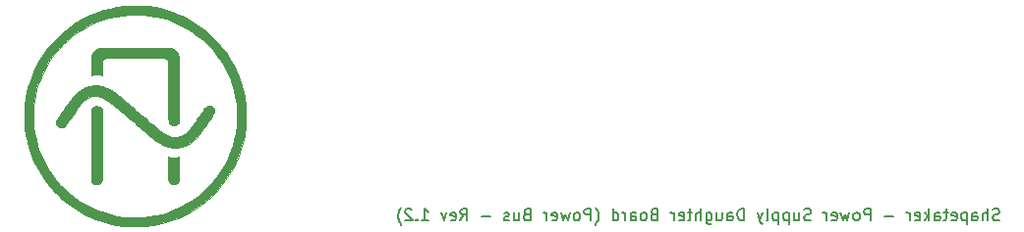
<source format=gbo>
G04 #@! TF.GenerationSoftware,KiCad,Pcbnew,(5.1.5-0-10_14)*
G04 #@! TF.CreationDate,2020-09-23T14:20:27-04:00*
G04 #@! TF.ProjectId,AYOMSM - Power Supply Daughter Board,41594f4d-534d-4202-9d20-506f77657220,1.2*
G04 #@! TF.SameCoordinates,Original*
G04 #@! TF.FileFunction,Legend,Bot*
G04 #@! TF.FilePolarity,Positive*
%FSLAX46Y46*%
G04 Gerber Fmt 4.6, Leading zero omitted, Abs format (unit mm)*
G04 Created by KiCad (PCBNEW (5.1.5-0-10_14)) date 2020-09-23 14:20:27*
%MOMM*%
%LPD*%
G04 APERTURE LIST*
%ADD10C,0.150000*%
%ADD11C,0.010000*%
G04 APERTURE END LIST*
D10*
X197759571Y-93622761D02*
X197616714Y-93670380D01*
X197378619Y-93670380D01*
X197283380Y-93622761D01*
X197235761Y-93575142D01*
X197188142Y-93479904D01*
X197188142Y-93384666D01*
X197235761Y-93289428D01*
X197283380Y-93241809D01*
X197378619Y-93194190D01*
X197569095Y-93146571D01*
X197664333Y-93098952D01*
X197711952Y-93051333D01*
X197759571Y-92956095D01*
X197759571Y-92860857D01*
X197711952Y-92765619D01*
X197664333Y-92718000D01*
X197569095Y-92670380D01*
X197331000Y-92670380D01*
X197188142Y-92718000D01*
X196759571Y-93670380D02*
X196759571Y-92670380D01*
X196331000Y-93670380D02*
X196331000Y-93146571D01*
X196378619Y-93051333D01*
X196473857Y-93003714D01*
X196616714Y-93003714D01*
X196711952Y-93051333D01*
X196759571Y-93098952D01*
X195426238Y-93670380D02*
X195426238Y-93146571D01*
X195473857Y-93051333D01*
X195569095Y-93003714D01*
X195759571Y-93003714D01*
X195854809Y-93051333D01*
X195426238Y-93622761D02*
X195521476Y-93670380D01*
X195759571Y-93670380D01*
X195854809Y-93622761D01*
X195902428Y-93527523D01*
X195902428Y-93432285D01*
X195854809Y-93337047D01*
X195759571Y-93289428D01*
X195521476Y-93289428D01*
X195426238Y-93241809D01*
X194950047Y-93003714D02*
X194950047Y-94003714D01*
X194950047Y-93051333D02*
X194854809Y-93003714D01*
X194664333Y-93003714D01*
X194569095Y-93051333D01*
X194521476Y-93098952D01*
X194473857Y-93194190D01*
X194473857Y-93479904D01*
X194521476Y-93575142D01*
X194569095Y-93622761D01*
X194664333Y-93670380D01*
X194854809Y-93670380D01*
X194950047Y-93622761D01*
X193664333Y-93622761D02*
X193759571Y-93670380D01*
X193950047Y-93670380D01*
X194045285Y-93622761D01*
X194092904Y-93527523D01*
X194092904Y-93146571D01*
X194045285Y-93051333D01*
X193950047Y-93003714D01*
X193759571Y-93003714D01*
X193664333Y-93051333D01*
X193616714Y-93146571D01*
X193616714Y-93241809D01*
X194092904Y-93337047D01*
X193331000Y-93003714D02*
X192950047Y-93003714D01*
X193188142Y-92670380D02*
X193188142Y-93527523D01*
X193140523Y-93622761D01*
X193045285Y-93670380D01*
X192950047Y-93670380D01*
X192188142Y-93670380D02*
X192188142Y-93146571D01*
X192235761Y-93051333D01*
X192331000Y-93003714D01*
X192521476Y-93003714D01*
X192616714Y-93051333D01*
X192188142Y-93622761D02*
X192283380Y-93670380D01*
X192521476Y-93670380D01*
X192616714Y-93622761D01*
X192664333Y-93527523D01*
X192664333Y-93432285D01*
X192616714Y-93337047D01*
X192521476Y-93289428D01*
X192283380Y-93289428D01*
X192188142Y-93241809D01*
X191711952Y-93670380D02*
X191711952Y-92670380D01*
X191616714Y-93289428D02*
X191331000Y-93670380D01*
X191331000Y-93003714D02*
X191711952Y-93384666D01*
X190521476Y-93622761D02*
X190616714Y-93670380D01*
X190807190Y-93670380D01*
X190902428Y-93622761D01*
X190950047Y-93527523D01*
X190950047Y-93146571D01*
X190902428Y-93051333D01*
X190807190Y-93003714D01*
X190616714Y-93003714D01*
X190521476Y-93051333D01*
X190473857Y-93146571D01*
X190473857Y-93241809D01*
X190950047Y-93337047D01*
X190045285Y-93670380D02*
X190045285Y-93003714D01*
X190045285Y-93194190D02*
X189997666Y-93098952D01*
X189950047Y-93051333D01*
X189854809Y-93003714D01*
X189759571Y-93003714D01*
X188664333Y-93289428D02*
X187902428Y-93289428D01*
X186664333Y-93670380D02*
X186664333Y-92670380D01*
X186283380Y-92670380D01*
X186188142Y-92718000D01*
X186140523Y-92765619D01*
X186092904Y-92860857D01*
X186092904Y-93003714D01*
X186140523Y-93098952D01*
X186188142Y-93146571D01*
X186283380Y-93194190D01*
X186664333Y-93194190D01*
X185521476Y-93670380D02*
X185616714Y-93622761D01*
X185664333Y-93575142D01*
X185711952Y-93479904D01*
X185711952Y-93194190D01*
X185664333Y-93098952D01*
X185616714Y-93051333D01*
X185521476Y-93003714D01*
X185378619Y-93003714D01*
X185283380Y-93051333D01*
X185235761Y-93098952D01*
X185188142Y-93194190D01*
X185188142Y-93479904D01*
X185235761Y-93575142D01*
X185283380Y-93622761D01*
X185378619Y-93670380D01*
X185521476Y-93670380D01*
X184854809Y-93003714D02*
X184664333Y-93670380D01*
X184473857Y-93194190D01*
X184283380Y-93670380D01*
X184092904Y-93003714D01*
X183331000Y-93622761D02*
X183426238Y-93670380D01*
X183616714Y-93670380D01*
X183711952Y-93622761D01*
X183759571Y-93527523D01*
X183759571Y-93146571D01*
X183711952Y-93051333D01*
X183616714Y-93003714D01*
X183426238Y-93003714D01*
X183331000Y-93051333D01*
X183283380Y-93146571D01*
X183283380Y-93241809D01*
X183759571Y-93337047D01*
X182854809Y-93670380D02*
X182854809Y-93003714D01*
X182854809Y-93194190D02*
X182807190Y-93098952D01*
X182759571Y-93051333D01*
X182664333Y-93003714D01*
X182569095Y-93003714D01*
X181521476Y-93622761D02*
X181378619Y-93670380D01*
X181140523Y-93670380D01*
X181045285Y-93622761D01*
X180997666Y-93575142D01*
X180950047Y-93479904D01*
X180950047Y-93384666D01*
X180997666Y-93289428D01*
X181045285Y-93241809D01*
X181140523Y-93194190D01*
X181331000Y-93146571D01*
X181426238Y-93098952D01*
X181473857Y-93051333D01*
X181521476Y-92956095D01*
X181521476Y-92860857D01*
X181473857Y-92765619D01*
X181426238Y-92718000D01*
X181331000Y-92670380D01*
X181092904Y-92670380D01*
X180950047Y-92718000D01*
X180092904Y-93003714D02*
X180092904Y-93670380D01*
X180521476Y-93003714D02*
X180521476Y-93527523D01*
X180473857Y-93622761D01*
X180378619Y-93670380D01*
X180235761Y-93670380D01*
X180140523Y-93622761D01*
X180092904Y-93575142D01*
X179616714Y-93003714D02*
X179616714Y-94003714D01*
X179616714Y-93051333D02*
X179521476Y-93003714D01*
X179331000Y-93003714D01*
X179235761Y-93051333D01*
X179188142Y-93098952D01*
X179140523Y-93194190D01*
X179140523Y-93479904D01*
X179188142Y-93575142D01*
X179235761Y-93622761D01*
X179331000Y-93670380D01*
X179521476Y-93670380D01*
X179616714Y-93622761D01*
X178711952Y-93003714D02*
X178711952Y-94003714D01*
X178711952Y-93051333D02*
X178616714Y-93003714D01*
X178426238Y-93003714D01*
X178331000Y-93051333D01*
X178283380Y-93098952D01*
X178235761Y-93194190D01*
X178235761Y-93479904D01*
X178283380Y-93575142D01*
X178331000Y-93622761D01*
X178426238Y-93670380D01*
X178616714Y-93670380D01*
X178711952Y-93622761D01*
X177664333Y-93670380D02*
X177759571Y-93622761D01*
X177807190Y-93527523D01*
X177807190Y-92670380D01*
X177378619Y-93003714D02*
X177140523Y-93670380D01*
X176902428Y-93003714D02*
X177140523Y-93670380D01*
X177235761Y-93908476D01*
X177283380Y-93956095D01*
X177378619Y-94003714D01*
X175759571Y-93670380D02*
X175759571Y-92670380D01*
X175521476Y-92670380D01*
X175378619Y-92718000D01*
X175283380Y-92813238D01*
X175235761Y-92908476D01*
X175188142Y-93098952D01*
X175188142Y-93241809D01*
X175235761Y-93432285D01*
X175283380Y-93527523D01*
X175378619Y-93622761D01*
X175521476Y-93670380D01*
X175759571Y-93670380D01*
X174331000Y-93670380D02*
X174331000Y-93146571D01*
X174378619Y-93051333D01*
X174473857Y-93003714D01*
X174664333Y-93003714D01*
X174759571Y-93051333D01*
X174331000Y-93622761D02*
X174426238Y-93670380D01*
X174664333Y-93670380D01*
X174759571Y-93622761D01*
X174807190Y-93527523D01*
X174807190Y-93432285D01*
X174759571Y-93337047D01*
X174664333Y-93289428D01*
X174426238Y-93289428D01*
X174331000Y-93241809D01*
X173426238Y-93003714D02*
X173426238Y-93670380D01*
X173854809Y-93003714D02*
X173854809Y-93527523D01*
X173807190Y-93622761D01*
X173711952Y-93670380D01*
X173569095Y-93670380D01*
X173473857Y-93622761D01*
X173426238Y-93575142D01*
X172521476Y-93003714D02*
X172521476Y-93813238D01*
X172569095Y-93908476D01*
X172616714Y-93956095D01*
X172711952Y-94003714D01*
X172854809Y-94003714D01*
X172950047Y-93956095D01*
X172521476Y-93622761D02*
X172616714Y-93670380D01*
X172807190Y-93670380D01*
X172902428Y-93622761D01*
X172950047Y-93575142D01*
X172997666Y-93479904D01*
X172997666Y-93194190D01*
X172950047Y-93098952D01*
X172902428Y-93051333D01*
X172807190Y-93003714D01*
X172616714Y-93003714D01*
X172521476Y-93051333D01*
X172045285Y-93670380D02*
X172045285Y-92670380D01*
X171616714Y-93670380D02*
X171616714Y-93146571D01*
X171664333Y-93051333D01*
X171759571Y-93003714D01*
X171902428Y-93003714D01*
X171997666Y-93051333D01*
X172045285Y-93098952D01*
X171283380Y-93003714D02*
X170902428Y-93003714D01*
X171140523Y-92670380D02*
X171140523Y-93527523D01*
X171092904Y-93622761D01*
X170997666Y-93670380D01*
X170902428Y-93670380D01*
X170188142Y-93622761D02*
X170283380Y-93670380D01*
X170473857Y-93670380D01*
X170569095Y-93622761D01*
X170616714Y-93527523D01*
X170616714Y-93146571D01*
X170569095Y-93051333D01*
X170473857Y-93003714D01*
X170283380Y-93003714D01*
X170188142Y-93051333D01*
X170140523Y-93146571D01*
X170140523Y-93241809D01*
X170616714Y-93337047D01*
X169711952Y-93670380D02*
X169711952Y-93003714D01*
X169711952Y-93194190D02*
X169664333Y-93098952D01*
X169616714Y-93051333D01*
X169521476Y-93003714D01*
X169426238Y-93003714D01*
X167997666Y-93146571D02*
X167854809Y-93194190D01*
X167807190Y-93241809D01*
X167759571Y-93337047D01*
X167759571Y-93479904D01*
X167807190Y-93575142D01*
X167854809Y-93622761D01*
X167950047Y-93670380D01*
X168331000Y-93670380D01*
X168331000Y-92670380D01*
X167997666Y-92670380D01*
X167902428Y-92718000D01*
X167854809Y-92765619D01*
X167807190Y-92860857D01*
X167807190Y-92956095D01*
X167854809Y-93051333D01*
X167902428Y-93098952D01*
X167997666Y-93146571D01*
X168331000Y-93146571D01*
X167188142Y-93670380D02*
X167283380Y-93622761D01*
X167331000Y-93575142D01*
X167378619Y-93479904D01*
X167378619Y-93194190D01*
X167331000Y-93098952D01*
X167283380Y-93051333D01*
X167188142Y-93003714D01*
X167045285Y-93003714D01*
X166950047Y-93051333D01*
X166902428Y-93098952D01*
X166854809Y-93194190D01*
X166854809Y-93479904D01*
X166902428Y-93575142D01*
X166950047Y-93622761D01*
X167045285Y-93670380D01*
X167188142Y-93670380D01*
X165997666Y-93670380D02*
X165997666Y-93146571D01*
X166045285Y-93051333D01*
X166140523Y-93003714D01*
X166331000Y-93003714D01*
X166426238Y-93051333D01*
X165997666Y-93622761D02*
X166092904Y-93670380D01*
X166331000Y-93670380D01*
X166426238Y-93622761D01*
X166473857Y-93527523D01*
X166473857Y-93432285D01*
X166426238Y-93337047D01*
X166331000Y-93289428D01*
X166092904Y-93289428D01*
X165997666Y-93241809D01*
X165521476Y-93670380D02*
X165521476Y-93003714D01*
X165521476Y-93194190D02*
X165473857Y-93098952D01*
X165426238Y-93051333D01*
X165331000Y-93003714D01*
X165235761Y-93003714D01*
X164473857Y-93670380D02*
X164473857Y-92670380D01*
X164473857Y-93622761D02*
X164569095Y-93670380D01*
X164759571Y-93670380D01*
X164854809Y-93622761D01*
X164902428Y-93575142D01*
X164950047Y-93479904D01*
X164950047Y-93194190D01*
X164902428Y-93098952D01*
X164854809Y-93051333D01*
X164759571Y-93003714D01*
X164569095Y-93003714D01*
X164473857Y-93051333D01*
X162950047Y-94051333D02*
X162997666Y-94003714D01*
X163092904Y-93860857D01*
X163140523Y-93765619D01*
X163188142Y-93622761D01*
X163235761Y-93384666D01*
X163235761Y-93194190D01*
X163188142Y-92956095D01*
X163140523Y-92813238D01*
X163092904Y-92718000D01*
X162997666Y-92575142D01*
X162950047Y-92527523D01*
X162569095Y-93670380D02*
X162569095Y-92670380D01*
X162188142Y-92670380D01*
X162092904Y-92718000D01*
X162045285Y-92765619D01*
X161997666Y-92860857D01*
X161997666Y-93003714D01*
X162045285Y-93098952D01*
X162092904Y-93146571D01*
X162188142Y-93194190D01*
X162569095Y-93194190D01*
X161426238Y-93670380D02*
X161521476Y-93622761D01*
X161569095Y-93575142D01*
X161616714Y-93479904D01*
X161616714Y-93194190D01*
X161569095Y-93098952D01*
X161521476Y-93051333D01*
X161426238Y-93003714D01*
X161283380Y-93003714D01*
X161188142Y-93051333D01*
X161140523Y-93098952D01*
X161092904Y-93194190D01*
X161092904Y-93479904D01*
X161140523Y-93575142D01*
X161188142Y-93622761D01*
X161283380Y-93670380D01*
X161426238Y-93670380D01*
X160759571Y-93003714D02*
X160569095Y-93670380D01*
X160378619Y-93194190D01*
X160188142Y-93670380D01*
X159997666Y-93003714D01*
X159235761Y-93622761D02*
X159331000Y-93670380D01*
X159521476Y-93670380D01*
X159616714Y-93622761D01*
X159664333Y-93527523D01*
X159664333Y-93146571D01*
X159616714Y-93051333D01*
X159521476Y-93003714D01*
X159331000Y-93003714D01*
X159235761Y-93051333D01*
X159188142Y-93146571D01*
X159188142Y-93241809D01*
X159664333Y-93337047D01*
X158759571Y-93670380D02*
X158759571Y-93003714D01*
X158759571Y-93194190D02*
X158711952Y-93098952D01*
X158664333Y-93051333D01*
X158569095Y-93003714D01*
X158473857Y-93003714D01*
X157045285Y-93146571D02*
X156902428Y-93194190D01*
X156854809Y-93241809D01*
X156807190Y-93337047D01*
X156807190Y-93479904D01*
X156854809Y-93575142D01*
X156902428Y-93622761D01*
X156997666Y-93670380D01*
X157378619Y-93670380D01*
X157378619Y-92670380D01*
X157045285Y-92670380D01*
X156950047Y-92718000D01*
X156902428Y-92765619D01*
X156854809Y-92860857D01*
X156854809Y-92956095D01*
X156902428Y-93051333D01*
X156950047Y-93098952D01*
X157045285Y-93146571D01*
X157378619Y-93146571D01*
X155950047Y-93003714D02*
X155950047Y-93670380D01*
X156378619Y-93003714D02*
X156378619Y-93527523D01*
X156331000Y-93622761D01*
X156235761Y-93670380D01*
X156092904Y-93670380D01*
X155997666Y-93622761D01*
X155950047Y-93575142D01*
X155521476Y-93622761D02*
X155426238Y-93670380D01*
X155235761Y-93670380D01*
X155140523Y-93622761D01*
X155092904Y-93527523D01*
X155092904Y-93479904D01*
X155140523Y-93384666D01*
X155235761Y-93337047D01*
X155378619Y-93337047D01*
X155473857Y-93289428D01*
X155521476Y-93194190D01*
X155521476Y-93146571D01*
X155473857Y-93051333D01*
X155378619Y-93003714D01*
X155235761Y-93003714D01*
X155140523Y-93051333D01*
X153902428Y-93289428D02*
X153140523Y-93289428D01*
X151331000Y-93670380D02*
X151664333Y-93194190D01*
X151902428Y-93670380D02*
X151902428Y-92670380D01*
X151521476Y-92670380D01*
X151426238Y-92718000D01*
X151378619Y-92765619D01*
X151331000Y-92860857D01*
X151331000Y-93003714D01*
X151378619Y-93098952D01*
X151426238Y-93146571D01*
X151521476Y-93194190D01*
X151902428Y-93194190D01*
X150521476Y-93622761D02*
X150616714Y-93670380D01*
X150807190Y-93670380D01*
X150902428Y-93622761D01*
X150950047Y-93527523D01*
X150950047Y-93146571D01*
X150902428Y-93051333D01*
X150807190Y-93003714D01*
X150616714Y-93003714D01*
X150521476Y-93051333D01*
X150473857Y-93146571D01*
X150473857Y-93241809D01*
X150950047Y-93337047D01*
X150140523Y-93003714D02*
X149902428Y-93670380D01*
X149664333Y-93003714D01*
X147997666Y-93670380D02*
X148569095Y-93670380D01*
X148283380Y-93670380D02*
X148283380Y-92670380D01*
X148378619Y-92813238D01*
X148473857Y-92908476D01*
X148569095Y-92956095D01*
X147569095Y-93575142D02*
X147521476Y-93622761D01*
X147569095Y-93670380D01*
X147616714Y-93622761D01*
X147569095Y-93575142D01*
X147569095Y-93670380D01*
X147140523Y-92765619D02*
X147092904Y-92718000D01*
X146997666Y-92670380D01*
X146759571Y-92670380D01*
X146664333Y-92718000D01*
X146616714Y-92765619D01*
X146569095Y-92860857D01*
X146569095Y-92956095D01*
X146616714Y-93098952D01*
X147188142Y-93670380D01*
X146569095Y-93670380D01*
X146235761Y-94051333D02*
X146188142Y-94003714D01*
X146092904Y-93860857D01*
X146045285Y-93765619D01*
X145997666Y-93622761D01*
X145950047Y-93384666D01*
X145950047Y-93194190D01*
X145997666Y-92956095D01*
X146045285Y-92813238D01*
X146092904Y-92718000D01*
X146188142Y-92575142D01*
X146235761Y-92527523D01*
D11*
G36*
X121249859Y-78727803D02*
G01*
X121067546Y-78728216D01*
X120909217Y-78728865D01*
X120772986Y-78729771D01*
X120656966Y-78730954D01*
X120559270Y-78732433D01*
X120478012Y-78734230D01*
X120411304Y-78736363D01*
X120357262Y-78738852D01*
X120313997Y-78741719D01*
X120279624Y-78744982D01*
X120252255Y-78748662D01*
X120230005Y-78752779D01*
X120210986Y-78757352D01*
X120193312Y-78762401D01*
X120190035Y-78763390D01*
X120014223Y-78836279D01*
X119860646Y-78940625D01*
X119731467Y-79074359D01*
X119628848Y-79235411D01*
X119579677Y-79347627D01*
X119569594Y-79376432D01*
X119561246Y-79406312D01*
X119554426Y-79441229D01*
X119548930Y-79485145D01*
X119544552Y-79542022D01*
X119541084Y-79615822D01*
X119538323Y-79710509D01*
X119536061Y-79830043D01*
X119534093Y-79978388D01*
X119532214Y-80159506D01*
X119531061Y-80283539D01*
X119529401Y-80515152D01*
X119528988Y-80708105D01*
X119529828Y-80862794D01*
X119531925Y-80979616D01*
X119535287Y-81058969D01*
X119539920Y-81101249D01*
X119543636Y-81109039D01*
X119572244Y-81104401D01*
X119625626Y-81092395D01*
X119676228Y-81079731D01*
X119773545Y-81062672D01*
X119895221Y-81053434D01*
X120027323Y-81052025D01*
X120155924Y-81058454D01*
X120267092Y-81072730D01*
X120298307Y-81079340D01*
X120362110Y-81094356D01*
X120409914Y-81104884D01*
X120429121Y-81108343D01*
X120432729Y-81089784D01*
X120436373Y-81036936D01*
X120439893Y-80954589D01*
X120443126Y-80847529D01*
X120445912Y-80720546D01*
X120448089Y-80578426D01*
X120448660Y-80527770D01*
X120450496Y-80360990D01*
X120452431Y-80228562D01*
X120454811Y-80125762D01*
X120457981Y-80047865D01*
X120462285Y-79990148D01*
X120468068Y-79947886D01*
X120475674Y-79916355D01*
X120485449Y-79890831D01*
X120496787Y-79868346D01*
X120574732Y-79759193D01*
X120673082Y-79679416D01*
X120722641Y-79654460D01*
X120736502Y-79650009D01*
X120756991Y-79646009D01*
X120786107Y-79642436D01*
X120825851Y-79639267D01*
X120878222Y-79636478D01*
X120945219Y-79634046D01*
X121028841Y-79631946D01*
X121131087Y-79630157D01*
X121253958Y-79628654D01*
X121399452Y-79627413D01*
X121569569Y-79626412D01*
X121766308Y-79625627D01*
X121991668Y-79625034D01*
X122247649Y-79624610D01*
X122536251Y-79624332D01*
X122859471Y-79624176D01*
X123219311Y-79624118D01*
X123307231Y-79624116D01*
X123675752Y-79624154D01*
X124007197Y-79624286D01*
X124303563Y-79624535D01*
X124566850Y-79624923D01*
X124799058Y-79625475D01*
X125002186Y-79626214D01*
X125178233Y-79627163D01*
X125329199Y-79628347D01*
X125457083Y-79629788D01*
X125563884Y-79631509D01*
X125651602Y-79633535D01*
X125722235Y-79635889D01*
X125777784Y-79638594D01*
X125820248Y-79641674D01*
X125851626Y-79645153D01*
X125873917Y-79649053D01*
X125889122Y-79653398D01*
X125891820Y-79654460D01*
X125997534Y-79719234D01*
X126085384Y-79815791D01*
X126117674Y-79868346D01*
X126159846Y-79946500D01*
X126169615Y-82585059D01*
X126171020Y-82959782D01*
X126172341Y-83297406D01*
X126173611Y-83599908D01*
X126174863Y-83869266D01*
X126176132Y-84107456D01*
X126177449Y-84316457D01*
X126178850Y-84498245D01*
X126180368Y-84654798D01*
X126182035Y-84788094D01*
X126183887Y-84900110D01*
X126185955Y-84992823D01*
X126188273Y-85068210D01*
X126190876Y-85128250D01*
X126193796Y-85174919D01*
X126197067Y-85210194D01*
X126200722Y-85236055D01*
X126204795Y-85254476D01*
X126209320Y-85267437D01*
X126214330Y-85276914D01*
X126215232Y-85278320D01*
X126273399Y-85335825D01*
X126360272Y-85382733D01*
X126466371Y-85416757D01*
X126582220Y-85435610D01*
X126698339Y-85437003D01*
X126801343Y-85419772D01*
X126915473Y-85373455D01*
X127004140Y-85303519D01*
X127037869Y-85263211D01*
X127043453Y-85255367D01*
X127048499Y-85246251D01*
X127053039Y-85233928D01*
X127057106Y-85216468D01*
X127060730Y-85191937D01*
X127063942Y-85158403D01*
X127066776Y-85113933D01*
X127069260Y-85056595D01*
X127071429Y-84984457D01*
X127073312Y-84895585D01*
X127074941Y-84788047D01*
X127076347Y-84659912D01*
X127077563Y-84509246D01*
X127078620Y-84334116D01*
X127079549Y-84132591D01*
X127080381Y-83902738D01*
X127081149Y-83642624D01*
X127081882Y-83350317D01*
X127082614Y-83023884D01*
X127083376Y-82661393D01*
X127083828Y-82441110D01*
X127084593Y-81993925D01*
X127084982Y-81582755D01*
X127084996Y-81207887D01*
X127084637Y-80869605D01*
X127083906Y-80568193D01*
X127082805Y-80303936D01*
X127081335Y-80077118D01*
X127079497Y-79888025D01*
X127077292Y-79736940D01*
X127074723Y-79624149D01*
X127071791Y-79549936D01*
X127069365Y-79519846D01*
X127026339Y-79335012D01*
X126949302Y-79168141D01*
X126840192Y-79021872D01*
X126700946Y-78898842D01*
X126546873Y-78807964D01*
X126394307Y-78735116D01*
X123356077Y-78729873D01*
X122953051Y-78729186D01*
X122587215Y-78728597D01*
X122256683Y-78728124D01*
X121959568Y-78727788D01*
X121693983Y-78727610D01*
X121458042Y-78727608D01*
X121249859Y-78727803D01*
G37*
X121249859Y-78727803D02*
X121067546Y-78728216D01*
X120909217Y-78728865D01*
X120772986Y-78729771D01*
X120656966Y-78730954D01*
X120559270Y-78732433D01*
X120478012Y-78734230D01*
X120411304Y-78736363D01*
X120357262Y-78738852D01*
X120313997Y-78741719D01*
X120279624Y-78744982D01*
X120252255Y-78748662D01*
X120230005Y-78752779D01*
X120210986Y-78757352D01*
X120193312Y-78762401D01*
X120190035Y-78763390D01*
X120014223Y-78836279D01*
X119860646Y-78940625D01*
X119731467Y-79074359D01*
X119628848Y-79235411D01*
X119579677Y-79347627D01*
X119569594Y-79376432D01*
X119561246Y-79406312D01*
X119554426Y-79441229D01*
X119548930Y-79485145D01*
X119544552Y-79542022D01*
X119541084Y-79615822D01*
X119538323Y-79710509D01*
X119536061Y-79830043D01*
X119534093Y-79978388D01*
X119532214Y-80159506D01*
X119531061Y-80283539D01*
X119529401Y-80515152D01*
X119528988Y-80708105D01*
X119529828Y-80862794D01*
X119531925Y-80979616D01*
X119535287Y-81058969D01*
X119539920Y-81101249D01*
X119543636Y-81109039D01*
X119572244Y-81104401D01*
X119625626Y-81092395D01*
X119676228Y-81079731D01*
X119773545Y-81062672D01*
X119895221Y-81053434D01*
X120027323Y-81052025D01*
X120155924Y-81058454D01*
X120267092Y-81072730D01*
X120298307Y-81079340D01*
X120362110Y-81094356D01*
X120409914Y-81104884D01*
X120429121Y-81108343D01*
X120432729Y-81089784D01*
X120436373Y-81036936D01*
X120439893Y-80954589D01*
X120443126Y-80847529D01*
X120445912Y-80720546D01*
X120448089Y-80578426D01*
X120448660Y-80527770D01*
X120450496Y-80360990D01*
X120452431Y-80228562D01*
X120454811Y-80125762D01*
X120457981Y-80047865D01*
X120462285Y-79990148D01*
X120468068Y-79947886D01*
X120475674Y-79916355D01*
X120485449Y-79890831D01*
X120496787Y-79868346D01*
X120574732Y-79759193D01*
X120673082Y-79679416D01*
X120722641Y-79654460D01*
X120736502Y-79650009D01*
X120756991Y-79646009D01*
X120786107Y-79642436D01*
X120825851Y-79639267D01*
X120878222Y-79636478D01*
X120945219Y-79634046D01*
X121028841Y-79631946D01*
X121131087Y-79630157D01*
X121253958Y-79628654D01*
X121399452Y-79627413D01*
X121569569Y-79626412D01*
X121766308Y-79625627D01*
X121991668Y-79625034D01*
X122247649Y-79624610D01*
X122536251Y-79624332D01*
X122859471Y-79624176D01*
X123219311Y-79624118D01*
X123307231Y-79624116D01*
X123675752Y-79624154D01*
X124007197Y-79624286D01*
X124303563Y-79624535D01*
X124566850Y-79624923D01*
X124799058Y-79625475D01*
X125002186Y-79626214D01*
X125178233Y-79627163D01*
X125329199Y-79628347D01*
X125457083Y-79629788D01*
X125563884Y-79631509D01*
X125651602Y-79633535D01*
X125722235Y-79635889D01*
X125777784Y-79638594D01*
X125820248Y-79641674D01*
X125851626Y-79645153D01*
X125873917Y-79649053D01*
X125889122Y-79653398D01*
X125891820Y-79654460D01*
X125997534Y-79719234D01*
X126085384Y-79815791D01*
X126117674Y-79868346D01*
X126159846Y-79946500D01*
X126169615Y-82585059D01*
X126171020Y-82959782D01*
X126172341Y-83297406D01*
X126173611Y-83599908D01*
X126174863Y-83869266D01*
X126176132Y-84107456D01*
X126177449Y-84316457D01*
X126178850Y-84498245D01*
X126180368Y-84654798D01*
X126182035Y-84788094D01*
X126183887Y-84900110D01*
X126185955Y-84992823D01*
X126188273Y-85068210D01*
X126190876Y-85128250D01*
X126193796Y-85174919D01*
X126197067Y-85210194D01*
X126200722Y-85236055D01*
X126204795Y-85254476D01*
X126209320Y-85267437D01*
X126214330Y-85276914D01*
X126215232Y-85278320D01*
X126273399Y-85335825D01*
X126360272Y-85382733D01*
X126466371Y-85416757D01*
X126582220Y-85435610D01*
X126698339Y-85437003D01*
X126801343Y-85419772D01*
X126915473Y-85373455D01*
X127004140Y-85303519D01*
X127037869Y-85263211D01*
X127043453Y-85255367D01*
X127048499Y-85246251D01*
X127053039Y-85233928D01*
X127057106Y-85216468D01*
X127060730Y-85191937D01*
X127063942Y-85158403D01*
X127066776Y-85113933D01*
X127069260Y-85056595D01*
X127071429Y-84984457D01*
X127073312Y-84895585D01*
X127074941Y-84788047D01*
X127076347Y-84659912D01*
X127077563Y-84509246D01*
X127078620Y-84334116D01*
X127079549Y-84132591D01*
X127080381Y-83902738D01*
X127081149Y-83642624D01*
X127081882Y-83350317D01*
X127082614Y-83023884D01*
X127083376Y-82661393D01*
X127083828Y-82441110D01*
X127084593Y-81993925D01*
X127084982Y-81582755D01*
X127084996Y-81207887D01*
X127084637Y-80869605D01*
X127083906Y-80568193D01*
X127082805Y-80303936D01*
X127081335Y-80077118D01*
X127079497Y-79888025D01*
X127077292Y-79736940D01*
X127074723Y-79624149D01*
X127071791Y-79549936D01*
X127069365Y-79519846D01*
X127026339Y-79335012D01*
X126949302Y-79168141D01*
X126840192Y-79021872D01*
X126700946Y-78898842D01*
X126546873Y-78807964D01*
X126394307Y-78735116D01*
X123356077Y-78729873D01*
X122953051Y-78729186D01*
X122587215Y-78728597D01*
X122256683Y-78728124D01*
X121959568Y-78727788D01*
X121693983Y-78727610D01*
X121458042Y-78727608D01*
X121249859Y-78727803D01*
G36*
X119697435Y-82016660D02*
G01*
X119504464Y-82037390D01*
X119333784Y-82070762D01*
X119325410Y-82072931D01*
X119045984Y-82166171D01*
X118772987Y-82296677D01*
X118508822Y-82462844D01*
X118255887Y-82663070D01*
X118016585Y-82895751D01*
X117904070Y-83022258D01*
X117868415Y-83067438D01*
X117814128Y-83140418D01*
X117743800Y-83237443D01*
X117660024Y-83354757D01*
X117565394Y-83488606D01*
X117462501Y-83635233D01*
X117353940Y-83790884D01*
X117242302Y-83951803D01*
X117130180Y-84114236D01*
X117020167Y-84274427D01*
X116914856Y-84428621D01*
X116816840Y-84573062D01*
X116728711Y-84703996D01*
X116653063Y-84817667D01*
X116592487Y-84910319D01*
X116549577Y-84978199D01*
X116528265Y-85014890D01*
X116503572Y-85092508D01*
X116494143Y-85189030D01*
X116500297Y-85287253D01*
X116521687Y-85368423D01*
X116587439Y-85478168D01*
X116676244Y-85561868D01*
X116781493Y-85618182D01*
X116896577Y-85645768D01*
X117014888Y-85643285D01*
X117129815Y-85609393D01*
X117234750Y-85542749D01*
X117261026Y-85518453D01*
X117281512Y-85492903D01*
X117321592Y-85438291D01*
X117378961Y-85357918D01*
X117451309Y-85255081D01*
X117536329Y-85133083D01*
X117631715Y-84995222D01*
X117735158Y-84844798D01*
X117844350Y-84685111D01*
X117866462Y-84652666D01*
X117979336Y-84487406D01*
X118089216Y-84327383D01*
X118193436Y-84176426D01*
X118289326Y-84038361D01*
X118374219Y-83917018D01*
X118445445Y-83816223D01*
X118500337Y-83739804D01*
X118536226Y-83691588D01*
X118538349Y-83688870D01*
X118727124Y-83472598D01*
X118927216Y-83289066D01*
X119136427Y-83139850D01*
X119352556Y-83026526D01*
X119565615Y-82952677D01*
X119708691Y-82927775D01*
X119872554Y-82919580D01*
X120042769Y-82927878D01*
X120204900Y-82952452D01*
X120249461Y-82962877D01*
X120375625Y-83003195D01*
X120520769Y-83062580D01*
X120673519Y-83135493D01*
X120822499Y-83216394D01*
X120956335Y-83299742D01*
X120991923Y-83324461D01*
X121025108Y-83350361D01*
X121085901Y-83400149D01*
X121172346Y-83472162D01*
X121282486Y-83564734D01*
X121414366Y-83676202D01*
X121566030Y-83804901D01*
X121735522Y-83949165D01*
X121920885Y-84107331D01*
X122120165Y-84277734D01*
X122331404Y-84458708D01*
X122552647Y-84648590D01*
X122781939Y-84845715D01*
X122995839Y-85029903D01*
X123230155Y-85231740D01*
X123457760Y-85427631D01*
X123676738Y-85615933D01*
X123885171Y-85795005D01*
X124081142Y-85963206D01*
X124262734Y-86118893D01*
X124428029Y-86260425D01*
X124575109Y-86386160D01*
X124702059Y-86494456D01*
X124806959Y-86583672D01*
X124887894Y-86652165D01*
X124942945Y-86698294D01*
X124969224Y-86719677D01*
X125259316Y-86922106D01*
X125558487Y-87091061D01*
X125863318Y-87224913D01*
X126170389Y-87322028D01*
X126288754Y-87349333D01*
X126413268Y-87368973D01*
X126560872Y-87382831D01*
X126716561Y-87390222D01*
X126865330Y-87390460D01*
X126992172Y-87382858D01*
X127000863Y-87381898D01*
X127279465Y-87330319D01*
X127554070Y-87240834D01*
X127822863Y-87114550D01*
X128084028Y-86952577D01*
X128335752Y-86756024D01*
X128576218Y-86526000D01*
X128777295Y-86296500D01*
X128812651Y-86250283D01*
X128866350Y-86176755D01*
X128935771Y-86079720D01*
X129018297Y-85962985D01*
X129111307Y-85830354D01*
X129212183Y-85685635D01*
X129318305Y-85532631D01*
X129427054Y-85375150D01*
X129535811Y-85216995D01*
X129641956Y-85061973D01*
X129742871Y-84913890D01*
X129835936Y-84776550D01*
X129918532Y-84653760D01*
X129988039Y-84549324D01*
X130041838Y-84467049D01*
X130077311Y-84410741D01*
X130088444Y-84391500D01*
X130116155Y-84307564D01*
X130125495Y-84194583D01*
X130122865Y-84115389D01*
X130110793Y-84056579D01*
X130084475Y-83999738D01*
X130067022Y-83970408D01*
X129983281Y-83868118D01*
X129881813Y-83796948D01*
X129768791Y-83757103D01*
X129650390Y-83748790D01*
X129532784Y-83772213D01*
X129422147Y-83827578D01*
X129324653Y-83915091D01*
X129300904Y-83944905D01*
X129273891Y-83982739D01*
X129227592Y-84049101D01*
X129164636Y-84140165D01*
X129087649Y-84252107D01*
X128999260Y-84381098D01*
X128902096Y-84523314D01*
X128798784Y-84674928D01*
X128719162Y-84792039D01*
X128577501Y-85000217D01*
X128455170Y-85178946D01*
X128349853Y-85331311D01*
X128259235Y-85460396D01*
X128180999Y-85569287D01*
X128112830Y-85661067D01*
X128052413Y-85738822D01*
X127997431Y-85805637D01*
X127945568Y-85864596D01*
X127894509Y-85918784D01*
X127841939Y-85971286D01*
X127812831Y-85999330D01*
X127607868Y-86172759D01*
X127397114Y-86307578D01*
X127180814Y-86403783D01*
X126959212Y-86461373D01*
X126732553Y-86480344D01*
X126501084Y-86460694D01*
X126265048Y-86402421D01*
X126024691Y-86305521D01*
X125780257Y-86169993D01*
X125568024Y-86023335D01*
X125536617Y-85998103D01*
X125477580Y-85949029D01*
X125392876Y-85877787D01*
X125284469Y-85786054D01*
X125154323Y-85675505D01*
X125004401Y-85547816D01*
X124836668Y-85404661D01*
X124653086Y-85247718D01*
X124455620Y-85078661D01*
X124246233Y-84899166D01*
X124026890Y-84710909D01*
X123799553Y-84515565D01*
X123619846Y-84360991D01*
X123387745Y-84161344D01*
X123162183Y-83967479D01*
X122945119Y-83781073D01*
X122738512Y-83603800D01*
X122544321Y-83437337D01*
X122364504Y-83283358D01*
X122201021Y-83143541D01*
X122055830Y-83019559D01*
X121930890Y-82913088D01*
X121828160Y-82825805D01*
X121749598Y-82759384D01*
X121697164Y-82715502D01*
X121675769Y-82698079D01*
X121408310Y-82507244D01*
X121130093Y-82343325D01*
X120846584Y-82208898D01*
X120563247Y-82106533D01*
X120285551Y-82038805D01*
X120269000Y-82035867D01*
X120093813Y-82015344D01*
X119898588Y-82009127D01*
X119697435Y-82016660D01*
G37*
X119697435Y-82016660D02*
X119504464Y-82037390D01*
X119333784Y-82070762D01*
X119325410Y-82072931D01*
X119045984Y-82166171D01*
X118772987Y-82296677D01*
X118508822Y-82462844D01*
X118255887Y-82663070D01*
X118016585Y-82895751D01*
X117904070Y-83022258D01*
X117868415Y-83067438D01*
X117814128Y-83140418D01*
X117743800Y-83237443D01*
X117660024Y-83354757D01*
X117565394Y-83488606D01*
X117462501Y-83635233D01*
X117353940Y-83790884D01*
X117242302Y-83951803D01*
X117130180Y-84114236D01*
X117020167Y-84274427D01*
X116914856Y-84428621D01*
X116816840Y-84573062D01*
X116728711Y-84703996D01*
X116653063Y-84817667D01*
X116592487Y-84910319D01*
X116549577Y-84978199D01*
X116528265Y-85014890D01*
X116503572Y-85092508D01*
X116494143Y-85189030D01*
X116500297Y-85287253D01*
X116521687Y-85368423D01*
X116587439Y-85478168D01*
X116676244Y-85561868D01*
X116781493Y-85618182D01*
X116896577Y-85645768D01*
X117014888Y-85643285D01*
X117129815Y-85609393D01*
X117234750Y-85542749D01*
X117261026Y-85518453D01*
X117281512Y-85492903D01*
X117321592Y-85438291D01*
X117378961Y-85357918D01*
X117451309Y-85255081D01*
X117536329Y-85133083D01*
X117631715Y-84995222D01*
X117735158Y-84844798D01*
X117844350Y-84685111D01*
X117866462Y-84652666D01*
X117979336Y-84487406D01*
X118089216Y-84327383D01*
X118193436Y-84176426D01*
X118289326Y-84038361D01*
X118374219Y-83917018D01*
X118445445Y-83816223D01*
X118500337Y-83739804D01*
X118536226Y-83691588D01*
X118538349Y-83688870D01*
X118727124Y-83472598D01*
X118927216Y-83289066D01*
X119136427Y-83139850D01*
X119352556Y-83026526D01*
X119565615Y-82952677D01*
X119708691Y-82927775D01*
X119872554Y-82919580D01*
X120042769Y-82927878D01*
X120204900Y-82952452D01*
X120249461Y-82962877D01*
X120375625Y-83003195D01*
X120520769Y-83062580D01*
X120673519Y-83135493D01*
X120822499Y-83216394D01*
X120956335Y-83299742D01*
X120991923Y-83324461D01*
X121025108Y-83350361D01*
X121085901Y-83400149D01*
X121172346Y-83472162D01*
X121282486Y-83564734D01*
X121414366Y-83676202D01*
X121566030Y-83804901D01*
X121735522Y-83949165D01*
X121920885Y-84107331D01*
X122120165Y-84277734D01*
X122331404Y-84458708D01*
X122552647Y-84648590D01*
X122781939Y-84845715D01*
X122995839Y-85029903D01*
X123230155Y-85231740D01*
X123457760Y-85427631D01*
X123676738Y-85615933D01*
X123885171Y-85795005D01*
X124081142Y-85963206D01*
X124262734Y-86118893D01*
X124428029Y-86260425D01*
X124575109Y-86386160D01*
X124702059Y-86494456D01*
X124806959Y-86583672D01*
X124887894Y-86652165D01*
X124942945Y-86698294D01*
X124969224Y-86719677D01*
X125259316Y-86922106D01*
X125558487Y-87091061D01*
X125863318Y-87224913D01*
X126170389Y-87322028D01*
X126288754Y-87349333D01*
X126413268Y-87368973D01*
X126560872Y-87382831D01*
X126716561Y-87390222D01*
X126865330Y-87390460D01*
X126992172Y-87382858D01*
X127000863Y-87381898D01*
X127279465Y-87330319D01*
X127554070Y-87240834D01*
X127822863Y-87114550D01*
X128084028Y-86952577D01*
X128335752Y-86756024D01*
X128576218Y-86526000D01*
X128777295Y-86296500D01*
X128812651Y-86250283D01*
X128866350Y-86176755D01*
X128935771Y-86079720D01*
X129018297Y-85962985D01*
X129111307Y-85830354D01*
X129212183Y-85685635D01*
X129318305Y-85532631D01*
X129427054Y-85375150D01*
X129535811Y-85216995D01*
X129641956Y-85061973D01*
X129742871Y-84913890D01*
X129835936Y-84776550D01*
X129918532Y-84653760D01*
X129988039Y-84549324D01*
X130041838Y-84467049D01*
X130077311Y-84410741D01*
X130088444Y-84391500D01*
X130116155Y-84307564D01*
X130125495Y-84194583D01*
X130122865Y-84115389D01*
X130110793Y-84056579D01*
X130084475Y-83999738D01*
X130067022Y-83970408D01*
X129983281Y-83868118D01*
X129881813Y-83796948D01*
X129768791Y-83757103D01*
X129650390Y-83748790D01*
X129532784Y-83772213D01*
X129422147Y-83827578D01*
X129324653Y-83915091D01*
X129300904Y-83944905D01*
X129273891Y-83982739D01*
X129227592Y-84049101D01*
X129164636Y-84140165D01*
X129087649Y-84252107D01*
X128999260Y-84381098D01*
X128902096Y-84523314D01*
X128798784Y-84674928D01*
X128719162Y-84792039D01*
X128577501Y-85000217D01*
X128455170Y-85178946D01*
X128349853Y-85331311D01*
X128259235Y-85460396D01*
X128180999Y-85569287D01*
X128112830Y-85661067D01*
X128052413Y-85738822D01*
X127997431Y-85805637D01*
X127945568Y-85864596D01*
X127894509Y-85918784D01*
X127841939Y-85971286D01*
X127812831Y-85999330D01*
X127607868Y-86172759D01*
X127397114Y-86307578D01*
X127180814Y-86403783D01*
X126959212Y-86461373D01*
X126732553Y-86480344D01*
X126501084Y-86460694D01*
X126265048Y-86402421D01*
X126024691Y-86305521D01*
X125780257Y-86169993D01*
X125568024Y-86023335D01*
X125536617Y-85998103D01*
X125477580Y-85949029D01*
X125392876Y-85877787D01*
X125284469Y-85786054D01*
X125154323Y-85675505D01*
X125004401Y-85547816D01*
X124836668Y-85404661D01*
X124653086Y-85247718D01*
X124455620Y-85078661D01*
X124246233Y-84899166D01*
X124026890Y-84710909D01*
X123799553Y-84515565D01*
X123619846Y-84360991D01*
X123387745Y-84161344D01*
X123162183Y-83967479D01*
X122945119Y-83781073D01*
X122738512Y-83603800D01*
X122544321Y-83437337D01*
X122364504Y-83283358D01*
X122201021Y-83143541D01*
X122055830Y-83019559D01*
X121930890Y-82913088D01*
X121828160Y-82825805D01*
X121749598Y-82759384D01*
X121697164Y-82715502D01*
X121675769Y-82698079D01*
X121408310Y-82507244D01*
X121130093Y-82343325D01*
X120846584Y-82208898D01*
X120563247Y-82106533D01*
X120285551Y-82038805D01*
X120269000Y-82035867D01*
X120093813Y-82015344D01*
X119898588Y-82009127D01*
X119697435Y-82016660D01*
G36*
X119964494Y-83798662D02*
G01*
X119833982Y-83813147D01*
X119715836Y-83848815D01*
X119619875Y-83902152D01*
X119582191Y-83935501D01*
X119536307Y-83984344D01*
X119536307Y-90223731D01*
X119578305Y-90302141D01*
X119658681Y-90416729D01*
X119757686Y-90499840D01*
X119870653Y-90549797D01*
X119992914Y-90564924D01*
X120119803Y-90543545D01*
X120182461Y-90519138D01*
X120286585Y-90452278D01*
X120368478Y-90362504D01*
X120420283Y-90258696D01*
X120424007Y-90246078D01*
X120427150Y-90222751D01*
X120429974Y-90176159D01*
X120432484Y-90105148D01*
X120434687Y-90008562D01*
X120436589Y-89885247D01*
X120438195Y-89734049D01*
X120439511Y-89553813D01*
X120440545Y-89343384D01*
X120441301Y-89101608D01*
X120441786Y-88827331D01*
X120442006Y-88519397D01*
X120441967Y-88176653D01*
X120441674Y-87797943D01*
X120441135Y-87382113D01*
X120440618Y-87070918D01*
X120435077Y-83976721D01*
X120361337Y-83912980D01*
X120259367Y-83848129D01*
X120133428Y-83810219D01*
X119980729Y-83798446D01*
X119964494Y-83798662D01*
G37*
X119964494Y-83798662D02*
X119833982Y-83813147D01*
X119715836Y-83848815D01*
X119619875Y-83902152D01*
X119582191Y-83935501D01*
X119536307Y-83984344D01*
X119536307Y-90223731D01*
X119578305Y-90302141D01*
X119658681Y-90416729D01*
X119757686Y-90499840D01*
X119870653Y-90549797D01*
X119992914Y-90564924D01*
X120119803Y-90543545D01*
X120182461Y-90519138D01*
X120286585Y-90452278D01*
X120368478Y-90362504D01*
X120420283Y-90258696D01*
X120424007Y-90246078D01*
X120427150Y-90222751D01*
X120429974Y-90176159D01*
X120432484Y-90105148D01*
X120434687Y-90008562D01*
X120436589Y-89885247D01*
X120438195Y-89734049D01*
X120439511Y-89553813D01*
X120440545Y-89343384D01*
X120441301Y-89101608D01*
X120441786Y-88827331D01*
X120442006Y-88519397D01*
X120441967Y-88176653D01*
X120441674Y-87797943D01*
X120441135Y-87382113D01*
X120440618Y-87070918D01*
X120435077Y-83976721D01*
X120361337Y-83912980D01*
X120259367Y-83848129D01*
X120133428Y-83810219D01*
X119980729Y-83798446D01*
X119964494Y-83798662D01*
G36*
X126169724Y-89176162D02*
G01*
X126170118Y-89395066D01*
X126171215Y-89596146D01*
X126172960Y-89776304D01*
X126175296Y-89932442D01*
X126178171Y-90061461D01*
X126181528Y-90160262D01*
X126185312Y-90225748D01*
X126188861Y-90253039D01*
X126236837Y-90356731D01*
X126313929Y-90442974D01*
X126412732Y-90508230D01*
X126525844Y-90548959D01*
X126645862Y-90561621D01*
X126765383Y-90542676D01*
X126782639Y-90536950D01*
X126871550Y-90488484D01*
X126956614Y-90412151D01*
X127026526Y-90318443D01*
X127035904Y-90301885D01*
X127045253Y-90283739D01*
X127053133Y-90264543D01*
X127059693Y-90240931D01*
X127065079Y-90209539D01*
X127069439Y-90167000D01*
X127072920Y-90109949D01*
X127075669Y-90035022D01*
X127077833Y-89938852D01*
X127079561Y-89818076D01*
X127080999Y-89669327D01*
X127082294Y-89489240D01*
X127083594Y-89274450D01*
X127084006Y-89202846D01*
X127084890Y-89007232D01*
X127085259Y-88823920D01*
X127085137Y-88656528D01*
X127084550Y-88508676D01*
X127083521Y-88383981D01*
X127082075Y-88286063D01*
X127080238Y-88218540D01*
X127078033Y-88185031D01*
X127077057Y-88181962D01*
X127052842Y-88186686D01*
X127002413Y-88199001D01*
X126944205Y-88214242D01*
X126819824Y-88236732D01*
X126674421Y-88245901D01*
X126523639Y-88241941D01*
X126383123Y-88225045D01*
X126301500Y-88206291D01*
X126169615Y-88167671D01*
X126169724Y-89176162D01*
G37*
X126169724Y-89176162D02*
X126170118Y-89395066D01*
X126171215Y-89596146D01*
X126172960Y-89776304D01*
X126175296Y-89932442D01*
X126178171Y-90061461D01*
X126181528Y-90160262D01*
X126185312Y-90225748D01*
X126188861Y-90253039D01*
X126236837Y-90356731D01*
X126313929Y-90442974D01*
X126412732Y-90508230D01*
X126525844Y-90548959D01*
X126645862Y-90561621D01*
X126765383Y-90542676D01*
X126782639Y-90536950D01*
X126871550Y-90488484D01*
X126956614Y-90412151D01*
X127026526Y-90318443D01*
X127035904Y-90301885D01*
X127045253Y-90283739D01*
X127053133Y-90264543D01*
X127059693Y-90240931D01*
X127065079Y-90209539D01*
X127069439Y-90167000D01*
X127072920Y-90109949D01*
X127075669Y-90035022D01*
X127077833Y-89938852D01*
X127079561Y-89818076D01*
X127080999Y-89669327D01*
X127082294Y-89489240D01*
X127083594Y-89274450D01*
X127084006Y-89202846D01*
X127084890Y-89007232D01*
X127085259Y-88823920D01*
X127085137Y-88656528D01*
X127084550Y-88508676D01*
X127083521Y-88383981D01*
X127082075Y-88286063D01*
X127080238Y-88218540D01*
X127078033Y-88185031D01*
X127077057Y-88181962D01*
X127052842Y-88186686D01*
X127002413Y-88199001D01*
X126944205Y-88214242D01*
X126819824Y-88236732D01*
X126674421Y-88245901D01*
X126523639Y-88241941D01*
X126383123Y-88225045D01*
X126301500Y-88206291D01*
X126169615Y-88167671D01*
X126169724Y-89176162D01*
G36*
X122906628Y-75101887D02*
G01*
X122302687Y-75143735D01*
X121709418Y-75223009D01*
X121125907Y-75339910D01*
X120551240Y-75494639D01*
X119984504Y-75687396D01*
X119424787Y-75918383D01*
X119106461Y-76068249D01*
X118623767Y-76321441D01*
X118169204Y-76592933D01*
X117736799Y-76887010D01*
X117320577Y-77207961D01*
X116914567Y-77560073D01*
X116575141Y-77884957D01*
X116378988Y-78083822D01*
X116206500Y-78265984D01*
X116050878Y-78439216D01*
X115905319Y-78611285D01*
X115763025Y-78789963D01*
X115634383Y-78959808D01*
X115292541Y-79452255D01*
X114982123Y-79965546D01*
X114704288Y-80496977D01*
X114460194Y-81043842D01*
X114251001Y-81603438D01*
X114077869Y-82173059D01*
X113941956Y-82750002D01*
X113890202Y-83029189D01*
X113861361Y-83203346D01*
X113837598Y-83357109D01*
X113818431Y-83497089D01*
X113803381Y-83629894D01*
X113791966Y-83762133D01*
X113783705Y-83900415D01*
X113778117Y-84051349D01*
X113774722Y-84221542D01*
X113773039Y-84417606D01*
X113772586Y-84645500D01*
X113772917Y-84858597D01*
X113774026Y-85037796D01*
X113776085Y-85188273D01*
X113779269Y-85315201D01*
X113783750Y-85423756D01*
X113789701Y-85519112D01*
X113797296Y-85606443D01*
X113806708Y-85690926D01*
X113807900Y-85700577D01*
X113892505Y-86268644D01*
X114002061Y-86810722D01*
X114138127Y-87332124D01*
X114302263Y-87838165D01*
X114496029Y-88334158D01*
X114720985Y-88825416D01*
X114731260Y-88846270D01*
X114961309Y-89286845D01*
X115203814Y-89700498D01*
X115465429Y-90097474D01*
X115752805Y-90488017D01*
X115987349Y-90780577D01*
X116083551Y-90891802D01*
X116203409Y-91022655D01*
X116340984Y-91167248D01*
X116490336Y-91319693D01*
X116645527Y-91474100D01*
X116800617Y-91624580D01*
X116949667Y-91765246D01*
X117086739Y-91890207D01*
X117205894Y-91993575D01*
X117234907Y-92017578D01*
X117728719Y-92396230D01*
X118239550Y-92739960D01*
X118766554Y-93048430D01*
X119308885Y-93321300D01*
X119865696Y-93558231D01*
X120436139Y-93758887D01*
X121019369Y-93922928D01*
X121614538Y-94050015D01*
X122220800Y-94139810D01*
X122642923Y-94179687D01*
X122732916Y-94184697D01*
X122849814Y-94188882D01*
X122986341Y-94192198D01*
X123135219Y-94194601D01*
X123289171Y-94196048D01*
X123440920Y-94196495D01*
X123583189Y-94195899D01*
X123708700Y-94194216D01*
X123810176Y-94191402D01*
X123880341Y-94187414D01*
X123883615Y-94187116D01*
X123929672Y-94182974D01*
X124004296Y-94176475D01*
X124097113Y-94168516D01*
X124196230Y-94160121D01*
X124758020Y-94093800D01*
X125321026Y-93989929D01*
X125881696Y-93849742D01*
X126436481Y-93674475D01*
X126981831Y-93465364D01*
X127514197Y-93223642D01*
X128030027Y-92950546D01*
X128504461Y-92661250D01*
X129003259Y-92313208D01*
X129476659Y-91936745D01*
X129923621Y-91533407D01*
X130343110Y-91104743D01*
X130734088Y-90652301D01*
X131095516Y-90177628D01*
X131426358Y-89682274D01*
X131725575Y-89167785D01*
X131992131Y-88635710D01*
X132224986Y-88087596D01*
X132423105Y-87524992D01*
X132585449Y-86949446D01*
X132705209Y-86394193D01*
X132736846Y-86219442D01*
X132763220Y-86065511D01*
X132784803Y-85926344D01*
X132802070Y-85795888D01*
X132815493Y-85668089D01*
X132825544Y-85536892D01*
X132832696Y-85396244D01*
X132837423Y-85240090D01*
X132840196Y-85062375D01*
X132841489Y-84857047D01*
X132841661Y-84731029D01*
X132079777Y-84731029D01*
X132078228Y-84920256D01*
X132075038Y-85099332D01*
X132070208Y-85261228D01*
X132063738Y-85398918D01*
X132055628Y-85505373D01*
X132054627Y-85514962D01*
X131971527Y-86107909D01*
X131852274Y-86687223D01*
X131697318Y-87251951D01*
X131507111Y-87801139D01*
X131282107Y-88333833D01*
X131022756Y-88849080D01*
X130729511Y-89345927D01*
X130402825Y-89823419D01*
X130043148Y-90280603D01*
X129650934Y-90716525D01*
X129530264Y-90839738D01*
X129105690Y-91238220D01*
X128659061Y-91605812D01*
X128192153Y-91941825D01*
X127706746Y-92245571D01*
X127204618Y-92516361D01*
X126687547Y-92753509D01*
X126157312Y-92956325D01*
X125615690Y-93124122D01*
X125064460Y-93256211D01*
X124505400Y-93351904D01*
X123940290Y-93410513D01*
X123370906Y-93431350D01*
X122867615Y-93417889D01*
X122297458Y-93369376D01*
X121746696Y-93288987D01*
X121210801Y-93175745D01*
X120685242Y-93028672D01*
X120165489Y-92846788D01*
X120093154Y-92818579D01*
X119560292Y-92587663D01*
X119048414Y-92324712D01*
X118558522Y-92031199D01*
X118091620Y-91708597D01*
X117648710Y-91358377D01*
X117230795Y-90982012D01*
X116838879Y-90580974D01*
X116473965Y-90156735D01*
X116137054Y-89710768D01*
X115829152Y-89244544D01*
X115551259Y-88759536D01*
X115304381Y-88257215D01*
X115089518Y-87739055D01*
X114907675Y-87206527D01*
X114759855Y-86661104D01*
X114647060Y-86104257D01*
X114570293Y-85537459D01*
X114530558Y-84962182D01*
X114524851Y-84645500D01*
X114536210Y-84190281D01*
X114571167Y-83744029D01*
X114631040Y-83293717D01*
X114700793Y-82906577D01*
X114832908Y-82344191D01*
X115001168Y-81794941D01*
X115204419Y-81260318D01*
X115441506Y-80741813D01*
X115711273Y-80240916D01*
X116012565Y-79759119D01*
X116344227Y-79297912D01*
X116705103Y-78858786D01*
X117094038Y-78443232D01*
X117509877Y-78052740D01*
X117951465Y-77688802D01*
X118417646Y-77352907D01*
X118907265Y-77046547D01*
X119419166Y-76771213D01*
X119477692Y-76742443D01*
X120008431Y-76505520D01*
X120551494Y-76305253D01*
X121105062Y-76141871D01*
X121667317Y-76015604D01*
X122236440Y-75926680D01*
X122810612Y-75875328D01*
X123388014Y-75861777D01*
X123966828Y-75886255D01*
X124545234Y-75948992D01*
X125067682Y-76039114D01*
X125635663Y-76174378D01*
X126190190Y-76346090D01*
X126730006Y-76553570D01*
X127253849Y-76796141D01*
X127760460Y-77073124D01*
X128248580Y-77383841D01*
X128716948Y-77727612D01*
X129164305Y-78103761D01*
X129510950Y-78432261D01*
X129916344Y-78864277D01*
X130288639Y-79316875D01*
X130627477Y-79789299D01*
X130932501Y-80280797D01*
X131203350Y-80790615D01*
X131439666Y-81317998D01*
X131641091Y-81862195D01*
X131807265Y-82422450D01*
X131937831Y-82998010D01*
X132032428Y-83588122D01*
X132054627Y-83776039D01*
X132062919Y-83878592D01*
X132069571Y-84013161D01*
X132074583Y-84172717D01*
X132077954Y-84350232D01*
X132079686Y-84538678D01*
X132079777Y-84731029D01*
X132841661Y-84731029D01*
X132841779Y-84645500D01*
X132841412Y-84410749D01*
X132839996Y-84209009D01*
X132837059Y-84034218D01*
X132832127Y-83880314D01*
X132824728Y-83741235D01*
X132814388Y-83610920D01*
X132800635Y-83483307D01*
X132782997Y-83352333D01*
X132760999Y-83211937D01*
X132734170Y-83056057D01*
X132705372Y-82896808D01*
X132578710Y-82312619D01*
X132415923Y-81741249D01*
X132218242Y-81184051D01*
X131986897Y-80642378D01*
X131723121Y-80117582D01*
X131428144Y-79611017D01*
X131103198Y-79124035D01*
X130749514Y-78657989D01*
X130368324Y-78214233D01*
X129960858Y-77794118D01*
X129528348Y-77398998D01*
X129072025Y-77030227D01*
X128593120Y-76689155D01*
X128092865Y-76377138D01*
X127572491Y-76095526D01*
X127033229Y-75845674D01*
X126476311Y-75628934D01*
X125932576Y-75455097D01*
X125435448Y-75326694D01*
X124939598Y-75227722D01*
X124436587Y-75156929D01*
X123917977Y-75113062D01*
X123522154Y-75097264D01*
X122906628Y-75101887D01*
G37*
X122906628Y-75101887D02*
X122302687Y-75143735D01*
X121709418Y-75223009D01*
X121125907Y-75339910D01*
X120551240Y-75494639D01*
X119984504Y-75687396D01*
X119424787Y-75918383D01*
X119106461Y-76068249D01*
X118623767Y-76321441D01*
X118169204Y-76592933D01*
X117736799Y-76887010D01*
X117320577Y-77207961D01*
X116914567Y-77560073D01*
X116575141Y-77884957D01*
X116378988Y-78083822D01*
X116206500Y-78265984D01*
X116050878Y-78439216D01*
X115905319Y-78611285D01*
X115763025Y-78789963D01*
X115634383Y-78959808D01*
X115292541Y-79452255D01*
X114982123Y-79965546D01*
X114704288Y-80496977D01*
X114460194Y-81043842D01*
X114251001Y-81603438D01*
X114077869Y-82173059D01*
X113941956Y-82750002D01*
X113890202Y-83029189D01*
X113861361Y-83203346D01*
X113837598Y-83357109D01*
X113818431Y-83497089D01*
X113803381Y-83629894D01*
X113791966Y-83762133D01*
X113783705Y-83900415D01*
X113778117Y-84051349D01*
X113774722Y-84221542D01*
X113773039Y-84417606D01*
X113772586Y-84645500D01*
X113772917Y-84858597D01*
X113774026Y-85037796D01*
X113776085Y-85188273D01*
X113779269Y-85315201D01*
X113783750Y-85423756D01*
X113789701Y-85519112D01*
X113797296Y-85606443D01*
X113806708Y-85690926D01*
X113807900Y-85700577D01*
X113892505Y-86268644D01*
X114002061Y-86810722D01*
X114138127Y-87332124D01*
X114302263Y-87838165D01*
X114496029Y-88334158D01*
X114720985Y-88825416D01*
X114731260Y-88846270D01*
X114961309Y-89286845D01*
X115203814Y-89700498D01*
X115465429Y-90097474D01*
X115752805Y-90488017D01*
X115987349Y-90780577D01*
X116083551Y-90891802D01*
X116203409Y-91022655D01*
X116340984Y-91167248D01*
X116490336Y-91319693D01*
X116645527Y-91474100D01*
X116800617Y-91624580D01*
X116949667Y-91765246D01*
X117086739Y-91890207D01*
X117205894Y-91993575D01*
X117234907Y-92017578D01*
X117728719Y-92396230D01*
X118239550Y-92739960D01*
X118766554Y-93048430D01*
X119308885Y-93321300D01*
X119865696Y-93558231D01*
X120436139Y-93758887D01*
X121019369Y-93922928D01*
X121614538Y-94050015D01*
X122220800Y-94139810D01*
X122642923Y-94179687D01*
X122732916Y-94184697D01*
X122849814Y-94188882D01*
X122986341Y-94192198D01*
X123135219Y-94194601D01*
X123289171Y-94196048D01*
X123440920Y-94196495D01*
X123583189Y-94195899D01*
X123708700Y-94194216D01*
X123810176Y-94191402D01*
X123880341Y-94187414D01*
X123883615Y-94187116D01*
X123929672Y-94182974D01*
X124004296Y-94176475D01*
X124097113Y-94168516D01*
X124196230Y-94160121D01*
X124758020Y-94093800D01*
X125321026Y-93989929D01*
X125881696Y-93849742D01*
X126436481Y-93674475D01*
X126981831Y-93465364D01*
X127514197Y-93223642D01*
X128030027Y-92950546D01*
X128504461Y-92661250D01*
X129003259Y-92313208D01*
X129476659Y-91936745D01*
X129923621Y-91533407D01*
X130343110Y-91104743D01*
X130734088Y-90652301D01*
X131095516Y-90177628D01*
X131426358Y-89682274D01*
X131725575Y-89167785D01*
X131992131Y-88635710D01*
X132224986Y-88087596D01*
X132423105Y-87524992D01*
X132585449Y-86949446D01*
X132705209Y-86394193D01*
X132736846Y-86219442D01*
X132763220Y-86065511D01*
X132784803Y-85926344D01*
X132802070Y-85795888D01*
X132815493Y-85668089D01*
X132825544Y-85536892D01*
X132832696Y-85396244D01*
X132837423Y-85240090D01*
X132840196Y-85062375D01*
X132841489Y-84857047D01*
X132841661Y-84731029D01*
X132079777Y-84731029D01*
X132078228Y-84920256D01*
X132075038Y-85099332D01*
X132070208Y-85261228D01*
X132063738Y-85398918D01*
X132055628Y-85505373D01*
X132054627Y-85514962D01*
X131971527Y-86107909D01*
X131852274Y-86687223D01*
X131697318Y-87251951D01*
X131507111Y-87801139D01*
X131282107Y-88333833D01*
X131022756Y-88849080D01*
X130729511Y-89345927D01*
X130402825Y-89823419D01*
X130043148Y-90280603D01*
X129650934Y-90716525D01*
X129530264Y-90839738D01*
X129105690Y-91238220D01*
X128659061Y-91605812D01*
X128192153Y-91941825D01*
X127706746Y-92245571D01*
X127204618Y-92516361D01*
X126687547Y-92753509D01*
X126157312Y-92956325D01*
X125615690Y-93124122D01*
X125064460Y-93256211D01*
X124505400Y-93351904D01*
X123940290Y-93410513D01*
X123370906Y-93431350D01*
X122867615Y-93417889D01*
X122297458Y-93369376D01*
X121746696Y-93288987D01*
X121210801Y-93175745D01*
X120685242Y-93028672D01*
X120165489Y-92846788D01*
X120093154Y-92818579D01*
X119560292Y-92587663D01*
X119048414Y-92324712D01*
X118558522Y-92031199D01*
X118091620Y-91708597D01*
X117648710Y-91358377D01*
X117230795Y-90982012D01*
X116838879Y-90580974D01*
X116473965Y-90156735D01*
X116137054Y-89710768D01*
X115829152Y-89244544D01*
X115551259Y-88759536D01*
X115304381Y-88257215D01*
X115089518Y-87739055D01*
X114907675Y-87206527D01*
X114759855Y-86661104D01*
X114647060Y-86104257D01*
X114570293Y-85537459D01*
X114530558Y-84962182D01*
X114524851Y-84645500D01*
X114536210Y-84190281D01*
X114571167Y-83744029D01*
X114631040Y-83293717D01*
X114700793Y-82906577D01*
X114832908Y-82344191D01*
X115001168Y-81794941D01*
X115204419Y-81260318D01*
X115441506Y-80741813D01*
X115711273Y-80240916D01*
X116012565Y-79759119D01*
X116344227Y-79297912D01*
X116705103Y-78858786D01*
X117094038Y-78443232D01*
X117509877Y-78052740D01*
X117951465Y-77688802D01*
X118417646Y-77352907D01*
X118907265Y-77046547D01*
X119419166Y-76771213D01*
X119477692Y-76742443D01*
X120008431Y-76505520D01*
X120551494Y-76305253D01*
X121105062Y-76141871D01*
X121667317Y-76015604D01*
X122236440Y-75926680D01*
X122810612Y-75875328D01*
X123388014Y-75861777D01*
X123966828Y-75886255D01*
X124545234Y-75948992D01*
X125067682Y-76039114D01*
X125635663Y-76174378D01*
X126190190Y-76346090D01*
X126730006Y-76553570D01*
X127253849Y-76796141D01*
X127760460Y-77073124D01*
X128248580Y-77383841D01*
X128716948Y-77727612D01*
X129164305Y-78103761D01*
X129510950Y-78432261D01*
X129916344Y-78864277D01*
X130288639Y-79316875D01*
X130627477Y-79789299D01*
X130932501Y-80280797D01*
X131203350Y-80790615D01*
X131439666Y-81317998D01*
X131641091Y-81862195D01*
X131807265Y-82422450D01*
X131937831Y-82998010D01*
X132032428Y-83588122D01*
X132054627Y-83776039D01*
X132062919Y-83878592D01*
X132069571Y-84013161D01*
X132074583Y-84172717D01*
X132077954Y-84350232D01*
X132079686Y-84538678D01*
X132079777Y-84731029D01*
X132841661Y-84731029D01*
X132841779Y-84645500D01*
X132841412Y-84410749D01*
X132839996Y-84209009D01*
X132837059Y-84034218D01*
X132832127Y-83880314D01*
X132824728Y-83741235D01*
X132814388Y-83610920D01*
X132800635Y-83483307D01*
X132782997Y-83352333D01*
X132760999Y-83211937D01*
X132734170Y-83056057D01*
X132705372Y-82896808D01*
X132578710Y-82312619D01*
X132415923Y-81741249D01*
X132218242Y-81184051D01*
X131986897Y-80642378D01*
X131723121Y-80117582D01*
X131428144Y-79611017D01*
X131103198Y-79124035D01*
X130749514Y-78657989D01*
X130368324Y-78214233D01*
X129960858Y-77794118D01*
X129528348Y-77398998D01*
X129072025Y-77030227D01*
X128593120Y-76689155D01*
X128092865Y-76377138D01*
X127572491Y-76095526D01*
X127033229Y-75845674D01*
X126476311Y-75628934D01*
X125932576Y-75455097D01*
X125435448Y-75326694D01*
X124939598Y-75227722D01*
X124436587Y-75156929D01*
X123917977Y-75113062D01*
X123522154Y-75097264D01*
X122906628Y-75101887D01*
M02*

</source>
